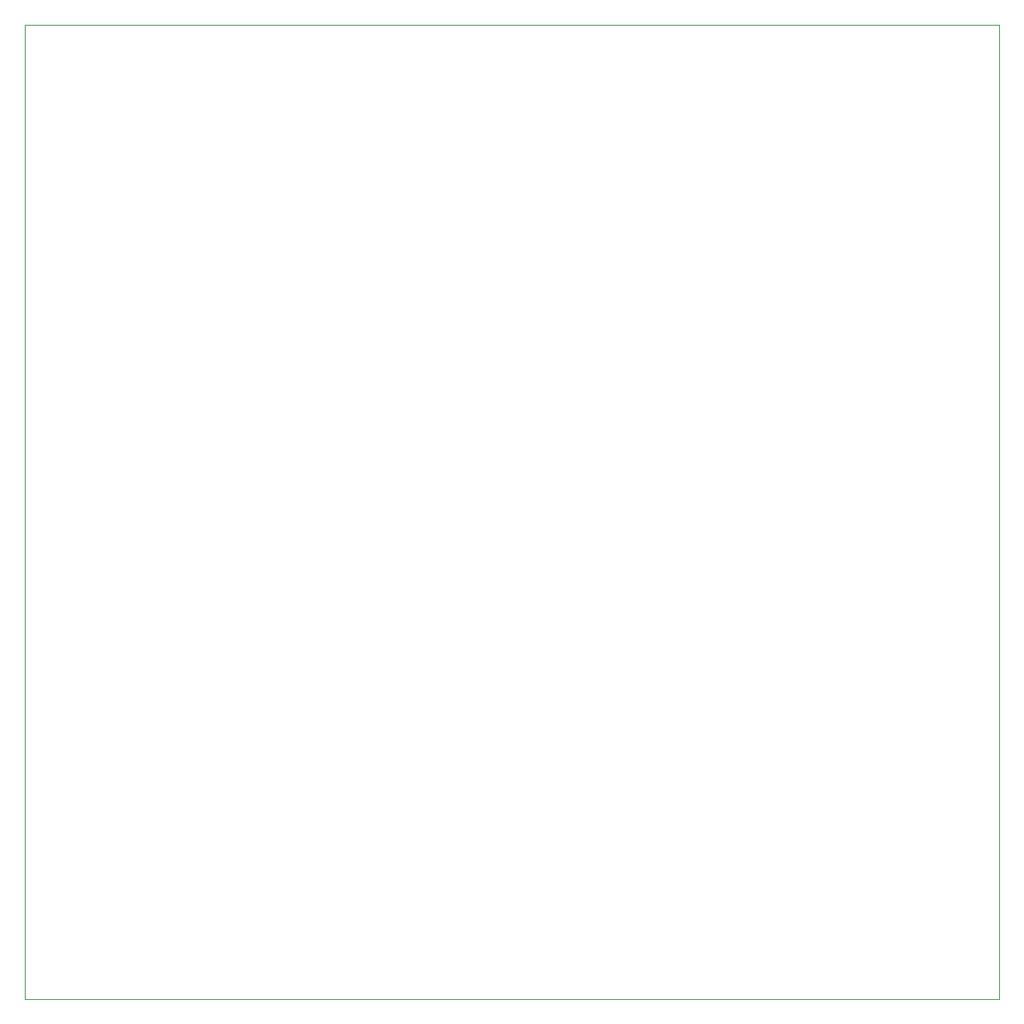
<source format=gbr>
%TF.GenerationSoftware,KiCad,Pcbnew,9.0.4*%
%TF.CreationDate,2025-08-31T14:54:27-04:00*%
%TF.ProjectId,wordclock,776f7264-636c-46f6-936b-2e6b69636164,rev?*%
%TF.SameCoordinates,Original*%
%TF.FileFunction,Profile,NP*%
%FSLAX46Y46*%
G04 Gerber Fmt 4.6, Leading zero omitted, Abs format (unit mm)*
G04 Created by KiCad (PCBNEW 9.0.4) date 2025-08-31 14:54:27*
%MOMM*%
%LPD*%
G01*
G04 APERTURE LIST*
%TA.AperFunction,Profile*%
%ADD10C,0.050000*%
%TD*%
G04 APERTURE END LIST*
D10*
X89000000Y-43580000D02*
X192000000Y-43580000D01*
X192000000Y-146580000D01*
X89000000Y-146580000D01*
X89000000Y-43580000D01*
M02*

</source>
